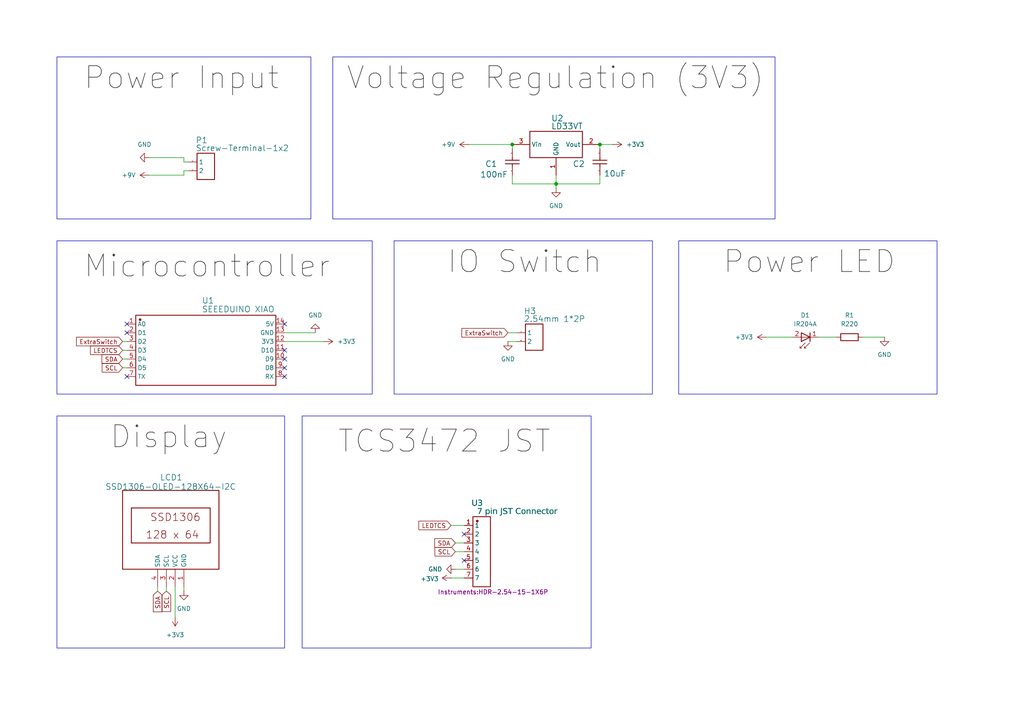
<source format=kicad_sch>
(kicad_sch (version 20231120) (generator "eeschema") (generator_version "8.0")
  (paper "A4")
  (title_block (title "Color Sensor") (date "2024-10-10") (comment 1 "Shane Wood, Simon Elliott") (comment 2 "ECE 483"))
  (lib_symbols
    (symbol "7 pin JST Connector"
      (property "Reference" "U1" (at -2.921 14.9479 0))
      (property "Value" "7 pin JST Connector" (at -2.921 12.6111 0))
      (symbol "7 pin JST Connector_0_0"
        (rectangle (start -2.54 10.16) (end 2.54 -10.16) (stroke (width 0.254)))
        (circle (center -1.27 8.89) (radius 0.254) (stroke (width 0.254)) (fill (type outline)))
        (pin unspecified line (at -5.08 7.62 0) (length 2.54) (name "1") (number "1"))
        (pin unspecified line (at -5.08 5.08 0) (length 2.54) (name "2") (number "2"))
        (pin unspecified line (at -5.08 2.54 0) (length 2.54) (name "3") (number "3"))
        (pin unspecified line (at -5.08 0 0) (length 2.54) (name "4") (number "4"))
        (pin unspecified line (at -5.08 -2.54 0) (length 2.54) (name "5") (number "5"))
        (pin unspecified line (at -5.08 -5.08 0) (length 2.54) (name "6") (number "6"))
        (pin unspecified line (at -5.08 -7.62 0) (length 2.54) (name "7") (number "7"))
      )
    )
    (symbol "CT4-0805Y104M500"
      (property "Reference" "C1" (at -1.4478 6.7945 0))
      (property "Value" "100nF" (at -1.4478 4.4831 0))
      (symbol "CT4-0805Y104M500_0_0"
        (polyline (pts (xy -1.27 0) (xy -0.508 0)) (stroke (width 0.254)))
        (polyline (pts (xy -0.508 2.032) (xy -0.508 -2.032)) (stroke (width 0.254)))
        (polyline (pts (xy 0.508 0) (xy 1.27 0)) (stroke (width 0.254)))
        (polyline (pts (xy 0.508 2.032) (xy 0.508 -2.032)) (stroke (width 0.254)))
        (pin input line (at -3.81 0 0) (length 2.54) (name "1") (number "1"))
        (pin input line (at 3.81 0 180) (length 2.54) (name "2") (number "2"))
      )
    )
    (symbol "Device:R" (pin_numbers hide) (pin_names (offset 0))
      (property "Reference" "R" (at 2.032 0 90))
      (property "Value" "R" (at 0 0 90))
      (symbol "R_0_1"
        (rectangle (start -1.016 -2.54) (end 1.016 2.54) (stroke (width 0.254)))
      )
      (symbol "R_1_1"
        (pin passive line (at 0 3.81 270) (length 1.27) (name "~") (number "1"))
        (pin passive line (at 0 -3.81 90) (length 1.27) (name "~") (number "2"))
      )
    )
    (symbol "HDR-F-2.54_1x2_1"
      (property "Reference" "H3" (at -1.778 8.5471 0))
      (property "Value" "HDR-F-2.54_1x2" (at -1.778 6.2611 0))
      (symbol "HDR-F-2.54_1x2_1_0_0"
        (rectangle (start -1.27 3.81) (end 3.81 -3.81) (stroke (width 0.254)))
        (pin input line (at -3.81 1.27 0) (length 2.54) (name "1") (number "1"))
        (pin input line (at -3.81 -1.27 0) (length 2.54) (name "2") (number "2"))
      )
    )
    (symbol "LD33VT"
      (property "Reference" "U2" (at 6.1468 4.7625 0))
      (property "Value" "LD33VT" (at 6.1468 2.4511 0))
      (symbol "LD33VT_0_0"
        (rectangle (start 0 0) (end 15.24 -7.62) (stroke (width 0.254)))
        (pin unspecified line (at 7.62 -12.7 90) (length 5.08) (name "GND") (number "1"))
        (pin unspecified line (at 20.32 -3.81 180) (length 5.08) (name "Vout") (number "2"))
        (pin unspecified line (at -5.08 -3.81 0) (length 5.08) (name "Vin") (number "3"))
      )
    )
    (symbol "LED:IR204A" (pin_names (offset 1.016) hide)
      (property "Reference" "D" (at 0.508 1.778 0))
      (property "Value" "IR204A" (at -1.016 -2.794 0))
      (symbol "IR204A_0_1"
        (polyline (pts (xy -2.54 1.27) (xy -2.54 -1.27)) (stroke (width 0.254)))
        (polyline (pts (xy 0 0) (xy -2.54 0)))
        (polyline (pts (xy 0.381 3.175) (xy -0.127 3.175)))
        (polyline (pts (xy -1.143 1.651) (xy 0.381 3.175) (xy 0.381 2.667)))
        (polyline (pts (xy 0 1.27) (xy -2.54 0) (xy 0 -1.27) (xy 0 1.27)) (stroke (width 0.254)))
        (polyline (pts (xy -2.413 1.651) (xy -0.889 3.175) (xy -0.889 2.667) (xy -0.889 3.175) (xy -1.397 3.175)))
      )
      (symbol "IR204A_1_1"
        (pin passive line (at -5.08 0 0) (length 2.54) (name "K") (number "1"))
        (pin passive line (at 2.54 0 180) (length 2.54) (name "A") (number "2"))
      )
    )
    (symbol "SEEEDUINO XIAO"
      (property "Reference" "U1" (at -1.1938 15.4051 0))
      (property "Value" "SEEEDUINO XIAO" (at -1.1938 12.8651 0))
      (symbol "SEEEDUINO XIAO_0_0"
        (rectangle (start -20.32 10.16) (end 20.32 -10.16) (stroke (width 0.254)))
        (circle (center -19.05 8.89) (radius 0.254) (stroke (width 0.254)) (fill (type outline)))
        (pin unspecified line (at -22.86 7.62 0) (length 2.54) (name "A0") (number "1"))
        (pin unspecified line (at 22.86 -2.54 180) (length 2.54) (name "D9") (number "10"))
        (pin unspecified line (at 22.86 0 180) (length 2.54) (name "D10") (number "11"))
        (pin unspecified line (at 22.86 2.54 180) (length 2.54) (name "3V3") (number "12"))
        (pin unspecified line (at 22.86 5.08 180) (length 2.54) (name "GND") (number "13"))
        (pin unspecified line (at 22.86 7.62 180) (length 2.54) (name "5V") (number "14"))
        (pin unspecified line (at -22.86 5.08 0) (length 2.54) (name "D1") (number "2"))
        (pin unspecified line (at -22.86 2.54 0) (length 2.54) (name "D2") (number "3"))
        (pin unspecified line (at -22.86 0 0) (length 2.54) (name "D3") (number "4"))
        (pin unspecified line (at -22.86 -2.54 0) (length 2.54) (name "D4") (number "5"))
        (pin unspecified line (at -22.86 -5.08 0) (length 2.54) (name "D5") (number "6"))
        (pin unspecified line (at -22.86 -7.62 0) (length 2.54) (name "TX") (number "7"))
        (pin unspecified line (at 22.86 -7.62 180) (length 2.54) (name "RX") (number "8"))
        (pin unspecified line (at 22.86 -5.08 180) (length 2.54) (name "D8") (number "9"))
      )
    )
    (symbol "SSD1306-OLED-128X64-I2C-VIZNY DEBORA"
      (property "Reference" "LCD1" (at -3.175 25.0571 0))
      (property "Value" "SSD1306-OLED-128X64-I2C-VIZNY DEBORA" (at -25.146 22.606 0))
      (symbol "SSD1306-OLED-128X64-I2C-VIZNY DEBORA_0_0"
        (rectangle (start -13.97 20.32) (end 13.97 -2.54) (stroke (width 0.254)))
        (rectangle (start -11.43 15.24) (end 11.43 5.08) (stroke (width 0.254)))
        (text "128 x 64" (at -7.3152 8.7503 0) (effects (font (size 2.1717 2.1717)) (justify left top)))
        (text "SSD1306" (at -6.0452 13.8303 0) (effects (font (size 2.1717 2.1717)) (justify left top)))
        (pin unspecified line (at 3.81 -7.62 90) (length 5.08) (name "GND") (number "1"))
        (pin unspecified line (at 1.27 -7.62 90) (length 5.08) (name "VCC") (number "2"))
        (pin unspecified line (at -1.27 -7.62 90) (length 5.08) (name "SCL") (number "3"))
        (pin unspecified line (at -3.81 -7.62 90) (length 5.08) (name "SDA") (number "4"))
      )
    )
    (symbol "Screw-Terminal-1x2"
      (property "Reference" "P1" (at 2.0828 4.7625 0))
      (property "Value" "Screw-Terminal-1x2" (at 2.0828 2.4511 0))
      (symbol "Screw-Terminal-1x2_0_0"
        (rectangle (start 2.54 0) (end 7.62 -7.62) (stroke (width 0.254)))
        (pin unspecified line (at 0 -2.54 0) (length 2.54) (name "1") (number "1"))
        (pin unspecified line (at 0 -5.08 0) (length 2.54) (name "2") (number "2"))
      )
    )
    (symbol "power:+3V3" (power) (pin_numbers hide) (pin_names (offset 0) hide)
      (property "Value" "+3V3" (at 0 3.556 0))
      (symbol "+3V3_0_1"
        (polyline (pts (xy -0.762 1.27) (xy 0 2.54)))
        (polyline (pts (xy 0 0) (xy 0 2.54)))
        (polyline (pts (xy 0 2.54) (xy 0.762 1.27)))
      )
      (symbol "+3V3_1_1"
        (pin power_in line (at 0 0 90) (length 0) (name "~") (number "1"))
      )
    )
    (symbol "power:+9V" (power) (pin_numbers hide) (pin_names (offset 0) hide)
      (property "Value" "+9V" (at 0 3.556 0))
      (symbol "+9V_0_1"
        (polyline (pts (xy -0.762 1.27) (xy 0 2.54)))
        (polyline (pts (xy 0 0) (xy 0 2.54)))
        (polyline (pts (xy 0 2.54) (xy 0.762 1.27)))
      )
      (symbol "+9V_1_1"
        (pin power_in line (at 0 0 90) (length 0) (name "~") (number "1"))
      )
    )
    (symbol "power:GND" (power) (pin_numbers hide) (pin_names (offset 0) hide)
      (property "Value" "GND" (at 0 -3.81 0))
      (symbol "GND_0_1"
        (polyline (pts (xy 0 0) (xy 0 -1.27) (xy 1.27 -1.27) (xy 0 -2.54) (xy -1.27 -1.27) (xy 0 -1.27)))
      )
      (symbol "GND_1_1"
        (pin power_in line (at 0 0 270) (length 0) (name "~") (number "1"))
      )
    )
  )
  (junction (at 148.59 41.91))
  (junction (at 161.29 53.34))
  (junction (at 173.99 41.91))
  (no_connect (at 82.55 109.22))
  (no_connect (at 82.55 93.98))
  (no_connect (at 36.83 109.22))
  (no_connect (at 134.62 162.56))
  (no_connect (at 82.55 106.68))
  (no_connect (at 82.55 101.6))
  (no_connect (at 36.83 96.52))
  (no_connect (at 36.83 93.98))
  (no_connect (at 134.62 154.94))
  (no_connect (at 82.55 104.14))
  (wire (pts (xy 35.56 101.6) (xy 36.83 101.6)))
  (wire (pts (xy 48.26 170.18) (xy 48.26 171.45)))
  (wire (pts (xy 148.59 53.34) (xy 161.29 53.34)))
  (wire (pts (xy 53.34 170.18) (xy 53.34 171.45)))
  (wire (pts (xy 161.29 53.34) (xy 161.29 54.61)))
  (wire (pts (xy 132.08 160.02) (xy 134.62 160.02)))
  (wire (pts (xy 35.56 104.14) (xy 36.83 104.14)))
  (wire (pts (xy 173.99 41.91) (xy 173.99 43.18)))
  (wire (pts (xy 82.55 96.52) (xy 91.44 96.52)))
  (wire (pts (xy 50.8 170.18) (xy 50.8 179.07)))
  (wire (pts (xy 161.29 53.34) (xy 173.99 53.34)))
  (wire (pts (xy 147.32 99.06) (xy 149.86 99.06)))
  (wire (pts (xy 173.99 53.34) (xy 173.99 50.8)))
  (wire (pts (xy 222.25 97.79) (xy 229.87 97.79)))
  (wire (pts (xy 147.32 96.52) (xy 149.86 96.52)))
  (wire (pts (xy 132.08 157.48) (xy 134.62 157.48)))
  (wire (pts (xy 43.18 45.72) (xy 53.34 45.72)))
  (wire (pts (xy 161.29 50.8) (xy 161.29 53.34)))
  (wire (pts (xy 237.49 97.79) (xy 242.57 97.79)))
  (wire (pts (xy 148.59 41.91) (xy 148.59 43.18)))
  (wire (pts (xy 130.81 152.4) (xy 134.62 152.4)))
  (wire (pts (xy 250.19 97.79) (xy 256.54 97.79)))
  (wire (pts (xy 45.72 170.18) (xy 45.72 171.45)))
  (wire (pts (xy 53.34 49.53) (xy 54.61 49.53)))
  (wire (pts (xy 53.34 50.8) (xy 53.34 49.53)))
  (wire (pts (xy 35.56 99.06) (xy 36.83 99.06)))
  (wire (pts (xy 43.18 50.8) (xy 53.34 50.8)))
  (wire (pts (xy 134.62 165.1) (xy 132.08 165.1)))
  (wire (pts (xy 173.99 41.91) (xy 177.8 41.91)))
  (wire (pts (xy 35.56 106.68) (xy 36.83 106.68)))
  (wire (pts (xy 53.34 45.72) (xy 53.34 46.99)))
  (wire (pts (xy 82.55 99.06) (xy 93.98 99.06)))
  (wire (pts (xy 130.81 167.64) (xy 134.62 167.64)))
  (wire (pts (xy 135.89 41.91) (xy 148.59 41.91)))
  (wire (pts (xy 148.59 53.34) (xy 148.59 50.8)))
  (wire (pts (xy 53.34 46.99) (xy 54.61 46.99)))
  (rectangle (start 196.85 69.85) (end 271.78 114.3))
  (rectangle (start 16.51 69.85) (end 107.95 114.3))
  (rectangle (start 16.51 16.51) (end 90.17 63.5))
  (rectangle (start 16.51 120.65) (end 82.55 187.96))
  (rectangle (start 87.63 120.65) (end 171.45 187.96))
  (rectangle (start 96.52 16.51) (end 224.79 63.5))
  (rectangle (start 114.3 69.85) (end 189.23 114.3))
  (label "Power Input" (at 24.13 27.94 0) (effects (font (size 6.35 6.35))))
  (label "TCS3472 JST" (at 97.79 133.35 0) (effects (font (size 6.35 6.35))))
  (label "Display" (at 31.75 132.08 0) (effects (font (size 6.35 6.35))))
  (label "Microcontroller" (at 24.13 82.55 0) (effects (font (size 6.35 6.35))))
  (label "Power LED" (at 209.55 81.28 0) (effects (font (size 6.35 6.35))))
  (label "IO Switch" (at 129.54 81.28 0) (effects (font (size 6.35 6.35))))
  (label "Voltage Regulation (3V3)" (at 100.33 27.94 0) (effects (font (size 6.35 6.35))))
  (global_label "SDA" (shape input) (at 132.08 157.48 180) (property "Intersheetrefs" "${INTERSHEET_REFS}" (effects (hide yes))))
  (global_label "SDA" (shape input) (at 45.72 171.45 270) (property "Intersheetrefs" "${INTERSHEET_REFS}" (effects (hide yes))))
  (global_label "SCL" (shape input) (at 48.26 171.45 270) (property "Intersheetrefs" "${INTERSHEET_REFS}" (effects (hide yes))))
  (global_label "SCL" (shape input) (at 35.56 106.68 180) (property "Intersheetrefs" "${INTERSHEET_REFS}" (effects (hide yes))))
  (global_label "LEDTCS" (shape input) (at 130.81 152.4 180) (property "Intersheetrefs" "${INTERSHEET_REFS}" (effects (hide yes))))
  (global_label "SDA" (shape input) (at 35.56 104.14 180) (property "Intersheetrefs" "${INTERSHEET_REFS}" (effects (hide yes))))
  (global_label "LEDTCS" (shape input) (at 35.56 101.6 180) (property "Intersheetrefs" "${INTERSHEET_REFS}" (effects (hide yes))))
  (global_label "ExtraSwitch" (shape input) (at 35.56 99.06 180) (property "Intersheetrefs" "${INTERSHEET_REFS}" (effects (hide yes))))
  (global_label "ExtraSwitch" (shape input) (at 147.32 96.52 180) (property "Intersheetrefs" "${INTERSHEET_REFS}" (effects (hide yes))))
  (global_label "SCL" (shape input) (at 132.08 160.02 180) (property "Intersheetrefs" "${INTERSHEET_REFS}" (effects (hide yes))))
  (symbol (lib_id "Screw-Terminal-1x2") (at 54.61 44.45 0) (unit 1)
    (property "Reference" "P1" (at 56.6928 39.6875 0) (effects (font (size 1.6891 1.6891)) (justify left top)))
    (property "Value" "Screw-Terminal-1x2" (at 56.6928 41.9989 0) (effects (font (size 1.6891 1.6891)) (justify left top)))
    (property "Footprint" "Instruments:SCREW-TERMINAL-1X2" (effects (hide yes)))
  )
  (symbol (lib_id "power:GND") (at 43.18 45.72 270) (unit 1)
    (property "Reference" "#PWR07" (effects (hide yes)))
    (property "Value" "GND" (at 41.91 41.91 90))
    (property "Description" "Power symbol creates a global label with name \"GND\" , ground" (effects (hide yes)))
  )
  (symbol (lib_id "power:+3V3") (at 93.98 99.06 270) (unit 1)
    (property "Reference" "#PWR012" (effects (hide yes)))
    (property "Value" "+3V3" (at 97.79 99.0599 90) (effects (justify left)))
    (property "Description" "Power symbol creates a global label with name \"+3V3\"" (effects (hide yes)))
  )
  (symbol (lib_id "LED:IR204A") (at 232.41 97.79 180) (unit 1)
    (property "Reference" "D1" (at 233.553 91.44 0))
    (property "Value" "IR204A" (at 233.553 93.98 0))
    (property "Footprint" "LED_THT:LED_D3.0mm_IRBlack" (effects (hide yes)))
    (property "Datasheet" "http://www.everlight.com/file/ProductFile/IR204-A.pdf" (effects (hide yes)))
    (property "Description" "Infrared LED , 3mm LED package" (effects (hide yes)))
  )
  (symbol (lib_id "power:+3V3") (at 222.25 97.79 90) (unit 1)
    (property "Reference" "#PWR013" (effects (hide yes)))
    (property "Value" "+3V3" (at 218.44 97.7899 90) (effects (justify left)))
    (property "Description" "Power symbol creates a global label with name \"+3V3\"" (effects (hide yes)))
  )
  (symbol (lib_id "SEEEDUINO XIAO") (at 59.69 101.6 0) (unit 1)
    (property "Reference" "U1" (at 58.4962 86.1949 0) (effects (font (size 1.6891 1.6891)) (justify left top)))
    (property "Value" "SEEEDUINO XIAO" (at 58.4962 88.7349 0) (effects (font (size 1.6891 1.6891)) (justify left top)))
    (property "Footprint" "Instruments:MODULE XAIO 14P-2.54-21X17.8MM" (effects (hide yes)))
    (property "Datasheet" "http://wiki.seeedstudio.com/Seeeduino-XIAO/" (effects (hide yes)))
  )
  (symbol (lib_id "HDR-F-2.54_1x2_1") (at 153.67 97.79 0) (unit 1)
    (property "Reference" "H3" (at 151.892 89.2429 0) (effects (font (size 1.6891 1.6891)) (justify left top)))
    (property "Value" "2.54mm 1*2P" (at 151.892 91.5289 0) (effects (font (size 1.6891 1.6891)) (justify left top)))
    (property "Footprint" "Instruments:HDR-F-2.54_1X2" (effects (hide yes)))
    (property "BOM_Supplier Part" "C49661" (effects (hide yes)))
    (property "BOM_Supplier" "LCSC" (effects (hide yes)))
  )
  (symbol (lib_id "power:GND") (at 53.34 171.45 0) (unit 1)
    (property "Reference" "#PWR02" (effects (hide yes)))
    (property "Value" "GND" (at 53.34 176.53 0))
    (property "Description" "Power symbol creates a global label with name \"GND\" , ground" (effects (hide yes)))
  )
  (symbol (lib_id "power:+3V3") (at 50.8 179.07 180) (unit 1)
    (property "Reference" "#PWR010" (effects (hide yes)))
    (property "Value" "+3V3" (at 50.8 184.15 0))
    (property "Description" "Power symbol creates a global label with name \"+3V3\"" (effects (hide yes)))
  )
  (symbol (lib_id "power:+3V3") (at 130.81 167.64 90) (unit 1)
    (property "Reference" "#PWR011" (effects (hide yes)))
    (property "Value" "+3V3" (at 127.254 167.894 90) (effects (justify left)))
    (property "Description" "Power symbol creates a global label with name \"+3V3\"" (effects (hide yes)))
  )
  (symbol (lib_id "power:GND") (at 147.32 99.06 0) (unit 1)
    (property "Reference" "#PWR09" (effects (hide yes)))
    (property "Value" "GND" (at 147.32 104.14 0))
    (property "Description" "Power symbol creates a global label with name \"GND\" , ground" (effects (hide yes)))
  )
  (symbol (lib_id "LD33VT") (at 153.67 38.1 0) (unit 1)
    (property "Reference" "U2" (at 159.8168 33.3375 0) (effects (font (size 1.6891 1.6891)) (justify left top)))
    (property "Value" "LD33VT" (at 159.8168 35.6489 0) (effects (font (size 1.6891 1.6891)) (justify left top)))
    (property "Footprint" "Instruments:LD33VT" (effects (hide yes)))
  )
  (symbol (lib_id "power:+9V") (at 43.18 50.8 90) (unit 1)
    (property "Reference" "#PWR08" (effects (hide yes)))
    (property "Value" "+9V" (at 39.37 50.7999 90) (effects (justify left)))
    (property "Description" "Power symbol creates a global label with name \"+9V\"" (effects (hide yes)))
  )
  (symbol (lib_id "Device:R") (at 246.38 97.79 90) (unit 1)
    (property "Reference" "R1" (at 246.38 91.44 90))
    (property "Value" "R220" (at 246.38 93.98 90))
    (property "Footprint" "Resistor_THT:R_Array_SIP4" (effects (hide yes)))
    (property "Description" "Resistor" (effects (hide yes)))
  )
  (symbol (lib_id "7 pin JST Connector") (at 139.7 160.02 0) (unit 1)
    (property "Reference" "U3" (at 136.779 145.0721 0) (effects (font (size 1.6891 1.6891)) (justify left top)))
    (property "Value" "7 pin JST Connector" (at 136.779 147.4089 0) (effects (font (size 1.6891 1.6891)) (justify left top)))
    (property "Footprint" "Instruments:HDR-2.54-15-1X6P" (at 143.002 171.704 0))
  )
  (symbol (lib_id "power:GND") (at 132.08 165.1 270) (unit 1)
    (property "Reference" "#PWR03" (effects (hide yes)))
    (property "Value" "GND" (at 128.27 165.0999 90) (effects (justify right)))
    (property "Description" "Power symbol creates a global label with name \"GND\" , ground" (effects (hide yes)))
  )
  (symbol (lib_id "power:+9V") (at 135.89 41.91 90) (unit 1)
    (property "Reference" "#PWR06" (effects (hide yes)))
    (property "Value" "+9V" (at 132.08 41.9099 90) (effects (justify left)))
    (property "Description" "Power symbol creates a global label with name \"+9V\"" (effects (hide yes)))
  )
  (symbol (lib_id "power:GND") (at 91.44 96.52 180) (unit 1)
    (property "Reference" "#PWR01" (effects (hide yes)))
    (property "Value" "GND" (at 91.44 91.44 0))
    (property "Description" "Power symbol creates a global label with name \"GND\" , ground" (effects (hide yes)))
  )
  (symbol (lib_id "CT4-0805Y104M500") (at 173.99 46.99 90) (unit 1)
    (property "Reference" "C2" (at 169.672 48.514 90) (effects (font (size 1.6891 1.6891)) (justify left top)))
    (property "Value" "10uF" (at 181.61 51.308 90) (effects (font (size 1.6891 1.6891)) (justify left top)))
    (property "Footprint" "Instruments:CAP-TH_L4.2-W3.8-P2.54-D0.5" (effects (hide yes)))
    (property "Manufacturer Part" "CT4-0805Y104M500" (effects (hide yes)))
    (property "Manufacturer" "ReliaPro" (effects (hide yes)))
    (property "Supplier Part" "C46756" (effects (hide yes)))
    (property "Supplier" "LCSC" (effects (hide yes)))
  )
  (symbol (lib_id "power:+3V3") (at 177.8 41.91 270) (unit 1)
    (property "Reference" "#PWR05" (effects (hide yes)))
    (property "Value" "+3V3" (at 181.61 41.9099 90) (effects (justify left)))
    (property "Description" "Power symbol creates a global label with name \"+3V3\"" (effects (hide yes)))
  )
  (symbol (lib_id "SSD1306-OLED-128X64-I2C-VIZNY DEBORA") (at 49.53 162.56 0) (unit 1)
    (property "Reference" "LCD1" (at 46.355 137.5029 0) (effects (font (size 1.6891 1.6891)) (justify left top)))
    (property "Value" "SSD1306-OLED-128X64-I2C" (at 30.48 140.208 0) (effects (font (size 1.6891 1.6891)) (justify left top)))
    (property "Footprint" "Instruments:SSD1306-OLED-128X64-I2C" (effects (hide yes)))
  )
  (symbol (lib_id "power:GND") (at 161.29 54.61 0) (unit 1)
    (property "Reference" "#PWR04" (effects (hide yes)))
    (property "Value" "GND" (at 161.29 59.69 0))
    (property "Description" "Power symbol creates a global label with name \"GND\" , ground" (effects (hide yes)))
  )
  (symbol (lib_id "CT4-0805Y104M500") (at 148.59 46.99 90) (unit 1)
    (property "Reference" "C1" (at 144.272 48.514 90) (effects (font (size 1.6891 1.6891)) (justify left top)))
    (property "Value" "100nF" (at 147.32 51.562 90) (effects (font (size 1.6891 1.6891)) (justify left top)))
    (property "Footprint" "Instruments:CAP-TH_L4.2-W3.8-P2.54-D0.5" (effects (hide yes)))
    (property "Manufacturer Part" "CT4-0805Y104M500" (effects (hide yes)))
    (property "Manufacturer" "ReliaPro" (effects (hide yes)))
    (property "Supplier Part" "C46756" (effects (hide yes)))
    (property "Supplier" "LCSC" (effects (hide yes)))
  )
  (symbol (lib_id "power:GND") (at 256.54 97.79 0) (unit 1)
    (property "Reference" "#PWR014" (effects (hide yes)))
    (property "Value" "GND" (at 256.54 102.87 0))
    (property "Description" "Power symbol creates a global label with name \"GND\" , ground" (effects (hide yes)))
  )
)
</source>
